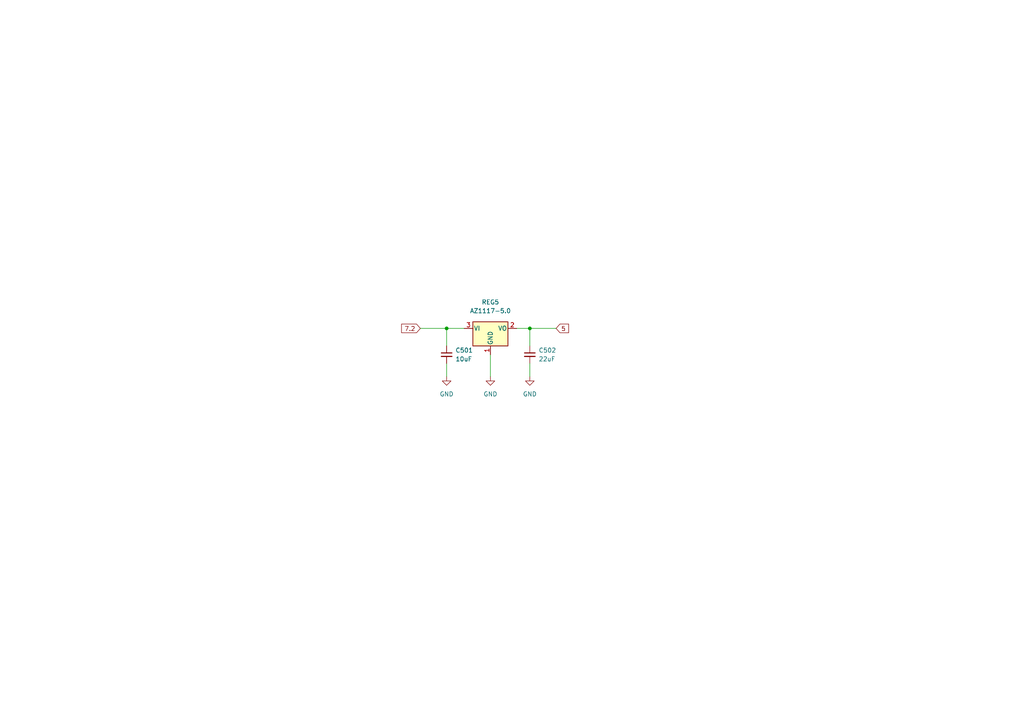
<source format=kicad_sch>
(kicad_sch (version 20211123) (generator eeschema)
  (paper "A4")
  (lib_symbols
    (symbol "Device:C_Small" (pin_numbers hide) (pin_names (offset 0.254) hide)
      (property "Reference" "C" (at 0.254 1.778 0))
      (property "Value" "C_Small" (at 0.254 -2.032 0))
      (symbol "C_Small_0_1"
        (polyline (pts (xy -1.524 -0.508) (xy 1.524 -0.508)) (stroke (width 0.3302)))
        (polyline (pts (xy -1.524 0.508) (xy 1.524 0.508)) (stroke (width 0.3048)))
      )
      (symbol "C_Small_1_1"
        (pin passive line (at 0 2.54 270) (length 2.032) (name "~") (number "1"))
        (pin passive line (at 0 -2.54 90) (length 2.032) (name "~") (number "2"))
      )
    )
    (symbol "Regulator_Linear:AZ1117-5.0" (pin_names (offset 0.254))
      (property "Reference" "U" (at -3.81 3.175 0))
      (property "Value" "AZ1117-5.0" (at 0 3.175 0))
      (symbol "AZ1117-5.0_0_1"
        (rectangle (start -5.08 1.905) (end 5.08 -5.08) (stroke (width 0.254)) (fill (type background)))
      )
      (symbol "AZ1117-5.0_1_1"
        (pin power_in line (at 0 -7.62 90) (length 2.54) (name "GND") (number "1"))
        (pin power_out line (at 7.62 0 180) (length 2.54) (name "VO") (number "2"))
        (pin power_in line (at -7.62 0 0) (length 2.54) (name "VI") (number "3"))
      )
    )
    (symbol "power:GND" (power) (pin_names (offset 0))
      (property "Value" "GND" (at 0 -3.81 0))
      (symbol "GND_0_1"
        (polyline (pts (xy 0 0) (xy 0 -1.27) (xy 1.27 -1.27) (xy 0 -2.54) (xy -1.27 -1.27) (xy 0 -1.27)))
      )
      (symbol "GND_1_1"
        (pin power_in line (at 0 0 270) (length 0) hide (name "GND") (number "1"))
      )
    )
  )
  (junction (at 129.54 95.25))
  (junction (at 153.67 95.25))
  (wire (pts (xy 142.24 102.87) (xy 142.24 109.22)))
  (wire (pts (xy 153.67 95.25) (xy 161.29 95.25)))
  (wire (pts (xy 121.92 95.25) (xy 129.54 95.25)))
  (wire (pts (xy 129.54 105.41) (xy 129.54 109.22)))
  (wire (pts (xy 129.54 100.33) (xy 129.54 95.25)))
  (wire (pts (xy 153.67 100.33) (xy 153.67 95.25)))
  (wire (pts (xy 153.67 105.41) (xy 153.67 109.22)))
  (wire (pts (xy 153.67 95.25) (xy 149.86 95.25)))
  (wire (pts (xy 129.54 95.25) (xy 134.62 95.25)))
  (global_label "7.2" (shape input) (at 121.92 95.25 180) (property "Intersheet References" "${INTERSHEET_REFS}" (effects hide)))
  (global_label "5" (shape input) (at 161.29 95.25 0) (property "Intersheet References" "${INTERSHEET_REFS}" (effects hide)))
  (symbol (lib_id "power:GND") (at 142.24 109.22 0) (unit 1)
    (property "Reference" "#PWR0105" (effects hide))
    (property "Value" "GND" (at 142.24 114.3 0))
  )
  (symbol (lib_id "Regulator_Linear:AZ1117-5.0") (at 142.24 95.25 0) (unit 1)
    (property "Reference" "REG5" (at 142.24 87.63 0))
    (property "Value" "AZ1117-5.0" (at 142.24 90.17 0))
    (property "Footprint" "Package_TO_SOT_SMD:SOT-223" (effects hide))
    (property "Datasheet" "https://www.diodes.com/assets/Datasheets/AZ1117.pdf" (effects hide))
  )
  (symbol (lib_id "power:GND") (at 129.54 109.22 0) (unit 1)
    (property "Reference" "#PWR0104" (effects hide))
    (property "Value" "GND" (at 129.54 114.3 0))
  )
  (symbol (lib_id "power:GND") (at 153.67 109.22 0) (unit 1)
    (property "Reference" "#PWR0106" (effects hide))
    (property "Value" "GND" (at 153.67 114.3 0))
  )
  (symbol (lib_id "Device:C_Small") (at 153.67 102.87 0) (unit 1)
    (property "Reference" "C502" (at 156.21 101.6062 0) (effects (justify left)))
    (property "Value" "22uF" (at 156.21 104.1462 0) (effects (justify left)))
    (property "Footprint" "Capacitor_SMD:C_0603_1608Metric_Pad1.08x0.95mm_HandSolder" (effects hide))
  )
  (symbol (lib_id "Device:C_Small") (at 129.54 102.87 0) (unit 1)
    (property "Reference" "C501" (at 132.08 101.6062 0) (effects (justify left)))
    (property "Value" "10uF" (at 132.08 104.1462 0) (effects (justify left)))
    (property "Footprint" "Capacitor_SMD:C_0603_1608Metric_Pad1.08x0.95mm_HandSolder" (effects hide))
  )
)
</source>
